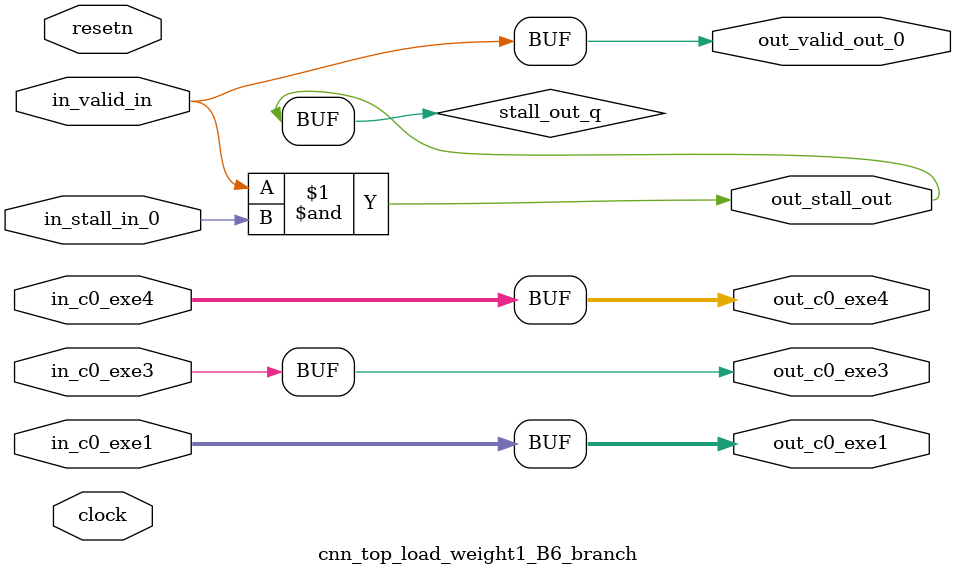
<source format=sv>



(* altera_attribute = "-name AUTO_SHIFT_REGISTER_RECOGNITION OFF; -name MESSAGE_DISABLE 10036; -name MESSAGE_DISABLE 10037; -name MESSAGE_DISABLE 14130; -name MESSAGE_DISABLE 14320; -name MESSAGE_DISABLE 15400; -name MESSAGE_DISABLE 14130; -name MESSAGE_DISABLE 10036; -name MESSAGE_DISABLE 12020; -name MESSAGE_DISABLE 12030; -name MESSAGE_DISABLE 12010; -name MESSAGE_DISABLE 12110; -name MESSAGE_DISABLE 14320; -name MESSAGE_DISABLE 13410; -name MESSAGE_DISABLE 113007; -name MESSAGE_DISABLE 10958" *)
module cnn_top_load_weight1_B6_branch (
    input wire [31:0] in_c0_exe1,
    input wire [0:0] in_c0_exe3,
    input wire [31:0] in_c0_exe4,
    input wire [0:0] in_stall_in_0,
    input wire [0:0] in_valid_in,
    output wire [31:0] out_c0_exe1,
    output wire [0:0] out_c0_exe3,
    output wire [31:0] out_c0_exe4,
    output wire [0:0] out_stall_out,
    output wire [0:0] out_valid_out_0,
    input wire clock,
    input wire resetn
    );

    wire [0:0] stall_out_q;


    // out_c0_exe1(GPOUT,7)
    assign out_c0_exe1 = in_c0_exe1;

    // out_c0_exe3(GPOUT,8)
    assign out_c0_exe3 = in_c0_exe3;

    // out_c0_exe4(GPOUT,9)
    assign out_c0_exe4 = in_c0_exe4;

    // stall_out(LOGICAL,12)
    assign stall_out_q = in_valid_in & in_stall_in_0;

    // out_stall_out(GPOUT,10)
    assign out_stall_out = stall_out_q;

    // out_valid_out_0(GPOUT,11)
    assign out_valid_out_0 = in_valid_in;

endmodule

</source>
